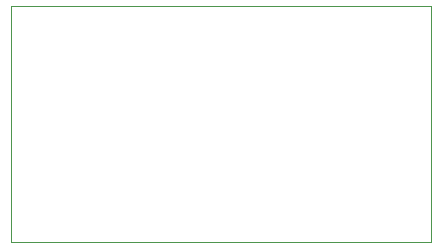
<source format=gbr>
%TF.GenerationSoftware,KiCad,Pcbnew,(5.1.6-0-10_14)*%
%TF.CreationDate,2020-09-04T22:16:53-04:00*%
%TF.ProjectId,bike_ligths,62696b65-5f6c-4696-9774-68732e6b6963,rev?*%
%TF.SameCoordinates,Original*%
%TF.FileFunction,Profile,NP*%
%FSLAX46Y46*%
G04 Gerber Fmt 4.6, Leading zero omitted, Abs format (unit mm)*
G04 Created by KiCad (PCBNEW (5.1.6-0-10_14)) date 2020-09-04 22:16:53*
%MOMM*%
%LPD*%
G01*
G04 APERTURE LIST*
%TA.AperFunction,Profile*%
%ADD10C,0.050000*%
%TD*%
G04 APERTURE END LIST*
D10*
X135656320Y-96616520D02*
X135651240Y-76682600D01*
X171221400Y-96616520D02*
X135656320Y-96616520D01*
X171221400Y-76682600D02*
X171221400Y-96616520D01*
X135651240Y-76682600D02*
X171221400Y-76682600D01*
M02*

</source>
